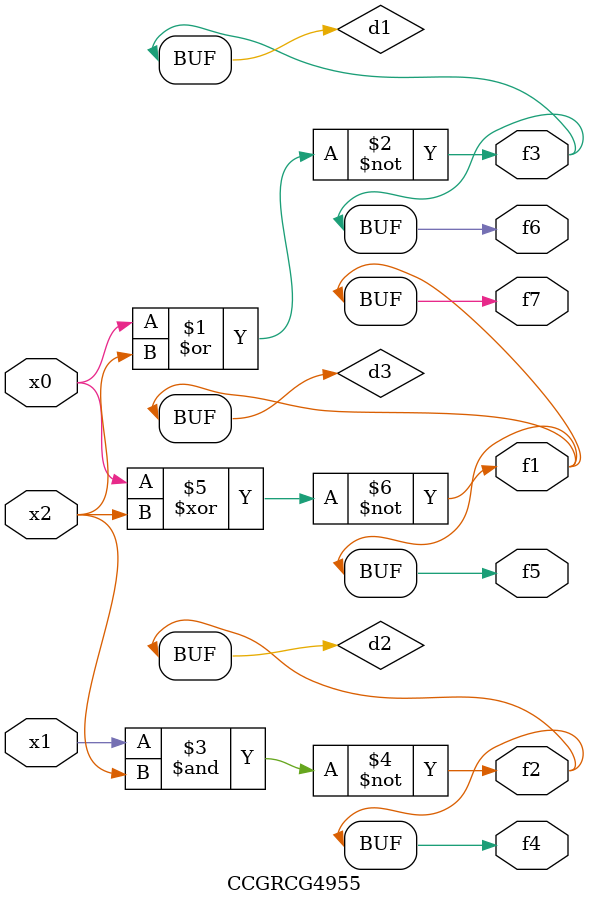
<source format=v>
module CCGRCG4955(
	input x0, x1, x2,
	output f1, f2, f3, f4, f5, f6, f7
);

	wire d1, d2, d3;

	nor (d1, x0, x2);
	nand (d2, x1, x2);
	xnor (d3, x0, x2);
	assign f1 = d3;
	assign f2 = d2;
	assign f3 = d1;
	assign f4 = d2;
	assign f5 = d3;
	assign f6 = d1;
	assign f7 = d3;
endmodule

</source>
